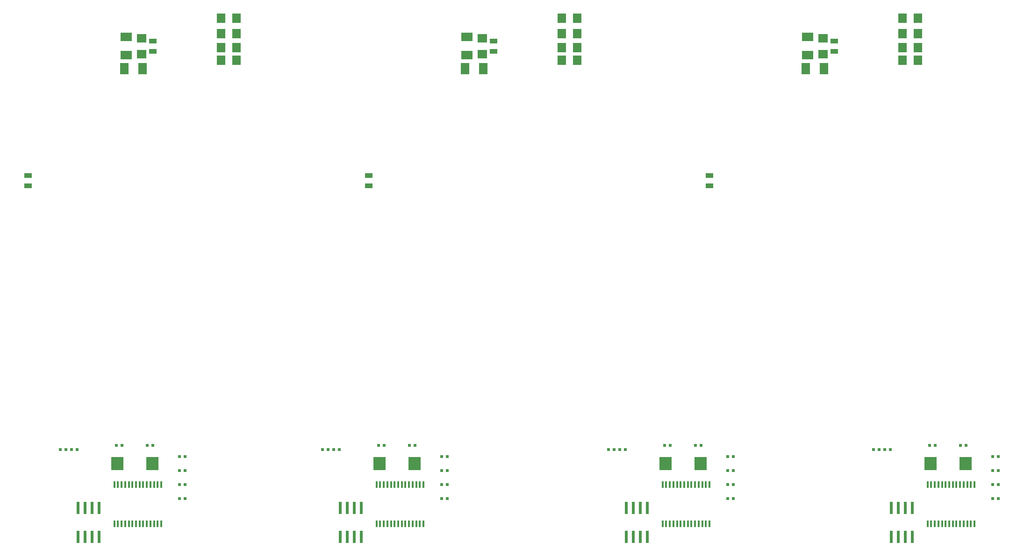
<source format=gtp>
G04 (created by PCBNEW-RS274X (2011-07-08)-stable) date Sun 14 Aug 2011 03:50:59 PM EDT*
G01*
G70*
G90*
%MOIN*%
G04 Gerber Fmt 3.4, Leading zero omitted, Abs format*
%FSLAX34Y34*%
G04 APERTURE LIST*
%ADD10C,0.006000*%
%ADD11R,0.062900X0.070900*%
%ADD12R,0.070900X0.062900*%
%ADD13R,0.055000X0.035000*%
%ADD14R,0.060000X0.080000*%
%ADD15R,0.080000X0.060000*%
%ADD16R,0.016000X0.050000*%
%ADD17R,0.023600X0.086600*%
%ADD18R,0.019700X0.019700*%
%ADD19R,0.086600X0.094500*%
G04 APERTURE END LIST*
G54D10*
G54D11*
X85541Y-19200D03*
X86659Y-19200D03*
X85541Y-20300D03*
X86659Y-20300D03*
X85541Y-21300D03*
X86659Y-21300D03*
X85541Y-22200D03*
X86659Y-22200D03*
G54D12*
X79900Y-20641D03*
X79900Y-21759D03*
G54D13*
X71800Y-31175D03*
X71800Y-30425D03*
X80700Y-21575D03*
X80700Y-20825D03*
G54D14*
X79950Y-22800D03*
X78650Y-22800D03*
G54D15*
X78800Y-21850D03*
X78800Y-20550D03*
X54500Y-21850D03*
X54500Y-20550D03*
G54D14*
X55650Y-22800D03*
X54350Y-22800D03*
G54D13*
X56400Y-21575D03*
X56400Y-20825D03*
X47500Y-31175D03*
X47500Y-30425D03*
G54D12*
X55600Y-20641D03*
X55600Y-21759D03*
G54D11*
X61241Y-22200D03*
X62359Y-22200D03*
X61241Y-21300D03*
X62359Y-21300D03*
X61241Y-20300D03*
X62359Y-20300D03*
X61241Y-19200D03*
X62359Y-19200D03*
G54D16*
X87350Y-55300D03*
X87600Y-55300D03*
X87860Y-55300D03*
X88120Y-55300D03*
X88370Y-55300D03*
X88630Y-55300D03*
X88890Y-55300D03*
X89140Y-55300D03*
X89400Y-55300D03*
X89650Y-55300D03*
X89910Y-55300D03*
X90170Y-55300D03*
X90420Y-55300D03*
X90680Y-55300D03*
X90680Y-52500D03*
X90420Y-52500D03*
X90180Y-52500D03*
X89910Y-52500D03*
X89650Y-52500D03*
X89400Y-52500D03*
X89140Y-52500D03*
X88890Y-52500D03*
X88630Y-52500D03*
X88370Y-52500D03*
X88120Y-52500D03*
X87860Y-52500D03*
X87600Y-52500D03*
X87350Y-52500D03*
G54D17*
X86250Y-54176D03*
X85750Y-54176D03*
X85250Y-54176D03*
X84750Y-54176D03*
X84750Y-56223D03*
X85250Y-56223D03*
X85750Y-56223D03*
X86250Y-56223D03*
G54D18*
X84701Y-50000D03*
X84299Y-50000D03*
X89699Y-49700D03*
X90101Y-49700D03*
X87901Y-49700D03*
X87499Y-49700D03*
X83901Y-50000D03*
X83499Y-50000D03*
X91999Y-50500D03*
X92401Y-50500D03*
X91999Y-51500D03*
X92401Y-51500D03*
X91999Y-52500D03*
X92401Y-52500D03*
X91999Y-53500D03*
X92401Y-53500D03*
G54D19*
X90040Y-51000D03*
X87560Y-51000D03*
X71140Y-51000D03*
X68660Y-51000D03*
G54D18*
X73099Y-53500D03*
X73501Y-53500D03*
X73099Y-52500D03*
X73501Y-52500D03*
X73099Y-51500D03*
X73501Y-51500D03*
X73099Y-50500D03*
X73501Y-50500D03*
X65001Y-50000D03*
X64599Y-50000D03*
X69001Y-49700D03*
X68599Y-49700D03*
X70799Y-49700D03*
X71201Y-49700D03*
X65801Y-50000D03*
X65399Y-50000D03*
G54D17*
X67350Y-54176D03*
X66850Y-54176D03*
X66350Y-54176D03*
X65850Y-54176D03*
X65850Y-56223D03*
X66350Y-56223D03*
X66850Y-56223D03*
X67350Y-56223D03*
G54D16*
X68450Y-55300D03*
X68700Y-55300D03*
X68960Y-55300D03*
X69220Y-55300D03*
X69470Y-55300D03*
X69730Y-55300D03*
X69990Y-55300D03*
X70240Y-55300D03*
X70500Y-55300D03*
X70750Y-55300D03*
X71010Y-55300D03*
X71270Y-55300D03*
X71520Y-55300D03*
X71780Y-55300D03*
X71780Y-52500D03*
X71520Y-52500D03*
X71280Y-52500D03*
X71010Y-52500D03*
X70750Y-52500D03*
X70500Y-52500D03*
X70240Y-52500D03*
X69990Y-52500D03*
X69730Y-52500D03*
X69470Y-52500D03*
X69220Y-52500D03*
X68960Y-52500D03*
X68700Y-52500D03*
X68450Y-52500D03*
X48050Y-55300D03*
X48300Y-55300D03*
X48560Y-55300D03*
X48820Y-55300D03*
X49070Y-55300D03*
X49330Y-55300D03*
X49590Y-55300D03*
X49840Y-55300D03*
X50100Y-55300D03*
X50350Y-55300D03*
X50610Y-55300D03*
X50870Y-55300D03*
X51120Y-55300D03*
X51380Y-55300D03*
X51380Y-52500D03*
X51120Y-52500D03*
X50880Y-52500D03*
X50610Y-52500D03*
X50350Y-52500D03*
X50100Y-52500D03*
X49840Y-52500D03*
X49590Y-52500D03*
X49330Y-52500D03*
X49070Y-52500D03*
X48820Y-52500D03*
X48560Y-52500D03*
X48300Y-52500D03*
X48050Y-52500D03*
G54D17*
X46950Y-54176D03*
X46450Y-54176D03*
X45950Y-54176D03*
X45450Y-54176D03*
X45450Y-56223D03*
X45950Y-56223D03*
X46450Y-56223D03*
X46950Y-56223D03*
G54D18*
X45401Y-50000D03*
X44999Y-50000D03*
X50399Y-49700D03*
X50801Y-49700D03*
X48601Y-49700D03*
X48199Y-49700D03*
X44601Y-50000D03*
X44199Y-50000D03*
X52699Y-50500D03*
X53101Y-50500D03*
X52699Y-51500D03*
X53101Y-51500D03*
X52699Y-52500D03*
X53101Y-52500D03*
X52699Y-53500D03*
X53101Y-53500D03*
G54D19*
X50740Y-51000D03*
X48260Y-51000D03*
G54D11*
X36941Y-19200D03*
X38059Y-19200D03*
X36941Y-20300D03*
X38059Y-20300D03*
X36941Y-21300D03*
X38059Y-21300D03*
X36941Y-22200D03*
X38059Y-22200D03*
G54D12*
X31300Y-20641D03*
X31300Y-21759D03*
G54D13*
X23200Y-31175D03*
X23200Y-30425D03*
X32100Y-21575D03*
X32100Y-20825D03*
G54D14*
X31350Y-22800D03*
X30050Y-22800D03*
G54D15*
X30200Y-21850D03*
X30200Y-20550D03*
G54D19*
X32040Y-51000D03*
X29560Y-51000D03*
G54D18*
X33999Y-53500D03*
X34401Y-53500D03*
X33999Y-52500D03*
X34401Y-52500D03*
X33999Y-51500D03*
X34401Y-51500D03*
X33999Y-50500D03*
X34401Y-50500D03*
X25901Y-50000D03*
X25499Y-50000D03*
X29901Y-49700D03*
X29499Y-49700D03*
X31699Y-49700D03*
X32101Y-49700D03*
X26701Y-50000D03*
X26299Y-50000D03*
G54D17*
X28250Y-54176D03*
X27750Y-54176D03*
X27250Y-54176D03*
X26750Y-54176D03*
X26750Y-56223D03*
X27250Y-56223D03*
X27750Y-56223D03*
X28250Y-56223D03*
G54D16*
X29350Y-55300D03*
X29600Y-55300D03*
X29860Y-55300D03*
X30120Y-55300D03*
X30370Y-55300D03*
X30630Y-55300D03*
X30890Y-55300D03*
X31140Y-55300D03*
X31400Y-55300D03*
X31650Y-55300D03*
X31910Y-55300D03*
X32170Y-55300D03*
X32420Y-55300D03*
X32680Y-55300D03*
X32680Y-52500D03*
X32420Y-52500D03*
X32180Y-52500D03*
X31910Y-52500D03*
X31650Y-52500D03*
X31400Y-52500D03*
X31140Y-52500D03*
X30890Y-52500D03*
X30630Y-52500D03*
X30370Y-52500D03*
X30120Y-52500D03*
X29860Y-52500D03*
X29600Y-52500D03*
X29350Y-52500D03*
M02*

</source>
